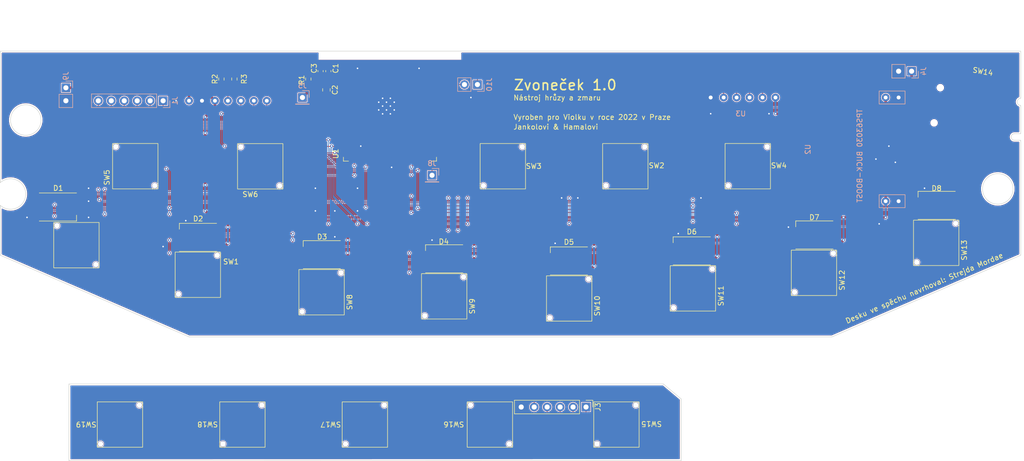
<source format=kicad_pcb>
(kicad_pcb (version 20221018) (generator pcbnew)
  (layers (0 "F.Cu" signal) (31 "B.Cu" signal) (34 "B.Paste" user) (35 "F.Paste" user) (36 "B.SilkS" user "B.Silkscreen") (37 "F.SilkS" user "F.Silkscreen") (38 "B.Mask" user) (39 "F.Mask" user) (44 "Edge.Cuts" user))
  (net 0 "")
  (net 1 "GND")
  (net 2 "+3V3")
  (net 3 "EN")
  (net 4 "Net-(D1-DOUT)")
  (net 5 "LED")
  (net 6 "Net-(D2-DOUT)")
  (net 7 "Net-(D3-DOUT)")
  (net 8 "Net-(D4-DOUT)")
  (net 9 "Net-(D5-DOUT)")
  (net 10 "Net-(D6-DOUT)")
  (net 11 "Net-(D7-DOUT)")
  (net 13 "BOOT")
  (net 14 "RX")
  (net 15 "TX")
  (net 16 "Net-(U4-GAIN)")
  (net 17 "Net-(U2-VIN)")
  (net 19 "ROW1")
  (net 20 "KEY1")
  (net 21 "KEY2")
  (net 22 "KEY3")
  (net 23 "KEY4")
  (net 24 "KEY5")
  (net 25 "ROW2")
  (net 26 "KEY6")
  (net 27 "ROW3")
  (net 28 "+BATT")
  (net 29 "VOL")
  (net 33 "I2S-DATA")
  (net 34 "I2S-WS")
  (net 35 "I2S-BCLK")
  (net 36 "SD-SCLK")
  (net 37 "SD-MISO")
  (net 38 "SD-MOSI")
  (net 45 "SD-CS")
  (footprint "Library:BUTTON" (layer "F.Cu") (at 212.475 119.45 90)
    (fp_text reference "SW12")
    (fp_text value "SW_SPST" hide)
  )
  (footprint "Capacitor_SMD:C_0805_2012Metric" (layer "F.Cu") (at 116.925 83.6 -90)
    (fp_text reference "C2")
    (fp_text value "1u")
  )
  (footprint "Capacitor_SMD:C_0603_1608Metric" (layer "F.Cu") (at 117.3 79.925 -90)
    (fp_text reference "C1")
    (fp_text value "22u" hide)
  )
  (footprint "LED_SMD:LED_WS2812B_PLCC4_5.0x5.0mm_P3.2mm" (layer "F.Cu") (at 64.3 106.55)
    (fp_text reference "D1")
    (fp_text value "WS2812B" hide)
  )
  (footprint "Library:BUTTON" (layer "F.Cu") (at 188.75 122.5 90)
    (fp_text reference "SW11")
    (fp_text value "SW_SPST" hide)
  )
  (footprint "Library:BUTTON" (layer "F.Cu") (at 173.76 149.185 90)
    (fp_text reference "SW15")
    (fp_text value "SW_SPST" hide)
  )
  (footprint "LED_SMD:LED_WS2812B_PLCC4_5.0x5.0mm_P3.2mm" (layer "F.Cu") (at 236.525 106.225 180)
    (fp_text reference "D8")
    (fp_text value "WS2812B" hide)
  )
  (footprint "LED_SMD:LED_WS2812B_PLCC4_5.0x5.0mm_P3.2mm" (layer "F.Cu") (at 188.525 115.15 180)
    (fp_text reference "D6")
    (fp_text value "WS2812B" hide)
  )
  (footprint "Library:BUTTON" (layer "F.Cu") (at 140 124.055 90)
    (fp_text reference "SW9")
    (fp_text value "SW_SPST" hide)
  )
  (footprint "Library:BUTTON" (layer "F.Cu") (at 115.975 123.25 90)
    (fp_text reference "SW8")
    (fp_text value "SW_SPST" hide)
  )
  (footprint "Library:BUTTON" (layer "F.Cu") (at 236.425 113.575 90)
    (fp_text reference "SW13")
    (fp_text value "SW_SPST" hide)
  )
  (footprint "Library:BUTTON" (layer "F.Cu") (at 148.96 149.185 180)
    (fp_text reference "SW16")
    (fp_text value "SW_SPST" hide)
  )
  (footprint "Library:BUTTON" (layer "F.Cu") (at 100.46 149.185 -90)
    (fp_text reference "SW18")
    (fp_text value "SW_SPST" hide)
  )
  (footprint "Resistor_SMD:R_0603_1608Metric" (layer "F.Cu") (at 98.885 81.47 90)
    (fp_text reference "R3")
    (fp_text value "100k")
  )
  (footprint "LED_SMD:LED_WS2812B_PLCC4_5.0x5.0mm_P3.2mm" (layer "F.Cu") (at 91.75 112.5 180)
    (fp_text reference "D2")
    (fp_text value "WS2812B" hide)
  )
  (footprint "Connector_PinHeader_2.54mm:PinHeader_1x06_P2.54mm_Vertical" (layer "F.Cu") (at 167.8 145.75 -90)
    (fp_text reference "J3")
    (fp_text value "Conn_01x06_Male")
  )
  (footprint "Library:BUTTON" (layer "F.Cu") (at 151.5 98.555 90)
    (fp_text reference "SW3")
    (fp_text value "SW_SPST" hide)
  )
  (footprint "Library:SWITCH" (layer "F.Cu") (at 244.5 88 -10)
    (fp_text reference "SW14")
    (fp_text value "SW_DP3T")
  )
  (footprint "Library:BUTTON" (layer "F.Cu") (at 91.725 119.825 90)
    (fp_text reference "SW1")
    (fp_text value "SW_SPST" hide)
  )
  (footprint "Library:ESP32-WROOM-32" (layer "F.Cu") (at 129.375 87.68)
    (fp_text reference "U1")
    (fp_text value "ESP32-WROOM-32D")
  )
  (footprint "Library:BUTTON" (layer "F.Cu") (at 164.5 124.475 90)
    (fp_text reference "SW10")
    (fp_text value "SW_SPST" hide)
  )
  (footprint "Resistor_SMD:R_0603_1608Metric" (layer "F.Cu") (at 96.345 81.47 -90)
    (fp_text reference "R2")
    (fp_text value "100k")
  )
  (footprint "LED_SMD:LED_WS2812B_PLCC4_5.0x5.0mm_P3.2mm" (layer "F.Cu") (at 140 116.7 180)
    (fp_text reference "D4")
    (fp_text value "WS2812B" hide)
  )
  (footprint "LED_SMD:LED_WS2812B_PLCC4_5.0x5.0mm_P3.2mm" (layer "F.Cu") (at 164.45 117.12 180)
    (fp_text reference "D5")
    (fp_text value "WS2812B" hide)
  )
  (footprint "Library:BUTTON" (layer "F.Cu") (at 67.925 114.025)
    (fp_text reference "SW7" hide)
    (fp_text value "SW_SPST" hide)
  )
  (footprint "Library:BUTTON" (layer "F.Cu") (at 175.5 98.555 90)
    (fp_text reference "SW2")
    (fp_text value "SW_SPST" hide)
  )
  (footprint "Library:BUTTON" (layer "F.Cu") (at 79.461201 98.549744 180)
    (fp_text reference "SW5")
    (fp_text value "SW_SPST" hide)
  )
  (footprint "LED_SMD:LED_WS2812B_PLCC4_5.0x5.0mm_P3.2mm" (layer "F.Cu") (at 212.55 112.025 180)
    (fp_text reference "D7")
    (fp_text value "WS2812B" hide)
  )
  (footprint "Library:BUTTON" (layer "F.Cu") (at 76.46 149.185 -90)
    (fp_text reference "SW19")
    (fp_text value "SW_SPST" hide)
  )
  (footprint "LED_SMD:LED_WS2812B_PLCC4_5.0x5.0mm_P3.2mm" (layer "F.Cu") (at 116.025 115.9 180)
    (fp_text reference "D3")
    (fp_text value "WS2812B" hide)
  )
  (footprint "Library:BUTTON" (layer "F.Cu") (at 199.5 98.55 90)
    (fp_text reference "SW4")
    (fp_text value "SW_SPST" hide)
  )
  (footprint "Library:BUTTON" (layer "F.Cu") (at 124.46 149.185 -90)
    (fp_text reference "SW17")
    (fp_text value "SW_SPST" hide)
  )
  (footprint "Library:BUTTON" (layer "F.Cu") (at 103.95 98.575)
    (fp_text reference "SW6")
    (fp_text value "SW_SPST" hide)
  )
  (footprint "Resistor_SMD:R_0603_1608Metric" (layer "F.Cu") (at 113.375 81.47 -90)
    (fp_text reference "R1")
    (fp_text value "1k")
  )
  (footprint "Capacitor_SMD:C_0603_1608Metric" (layer "F.Cu") (at 115.775 79.925 -90)
    (fp_text reference "C3")
    (fp_text value "22u")
  )
  (footprint "Connector_PinHeader_2.54mm:PinHeader_1x01_P2.54mm_Vertical" (layer "B.Cu") (at 137.62 100.33 180)
    (fp_text reference "J8")
    (fp_text value "Conn_01x01_Male")
  )
  (footprint "Library:MICROSD-BRK" (layer "B.Cu") (at 202.39 76.2 90)
    (fp_text reference "U3")
    (fp_text value "MICROSD-BRK")
  )
  (footprint "Connector_PinHeader_2.54mm:PinHeader_1x01_P2.54mm_Vertical" (layer "B.Cu") (at 112.22 85.09 180)
    (fp_text reference "J5")
    (fp_text value "Conn_01x01_Male")
  )
  (footprint "Library:MAX98357-BRK" (layer "B.Cu") (at 97.615 78.105 180)
    (fp_text reference "U4" hide)
    (fp_text value "MAX98357-BRK" hide)
  )
  (footprint "Library:TPS63030-BRK" (layer "B.Cu") (at 221.44 95.25 -90)
    (fp_text reference "U2")
    (fp_text value "TPS63030-BRK")
  )
  (footprint "Connector_PinHeader_2.54mm:PinHeader_1x02_P2.54mm_Vertical" (layer "B.Cu") (at 231.605 79.94 90)
    (fp_text reference "J4")
    (fp_text value "01x02")
  )
  (footprint "Connector_PinHeader_2.54mm:PinHeader_1x06_P2.54mm_Vertical" (layer "B.Cu") (at 84.915 85.725 90)
    (fp_text reference "J1")
    (fp_text value "Conn_01x06_Male")
  )
  (footprint "Connector_PinHeader_2.54mm:PinHeader_1x02_P2.54mm_Vertical" (layer "B.Cu") (at 65.865 83.185 180)
    (fp_text reference "J9")
    (fp_text value "Conn_01x02_Male")
  )
  (footprint "Connector_PinHeader_2.54mm:PinHeader_1x02_P2.54mm_Vertical" (layer "B.Cu") (at 146.515 82.55 90)
    (fp_text reference "J10")
    (fp_text value "Conn_01x02_Male")
  )
  (gr_arc (start 53.000002 101.775001) (mid 57.991757 104) (end 53.000001 106.224999) (stroke (width 0.1)) (layer "Edge.Cuts"))
  (gr_line (start 253 86.65) (end 253 92.175) (stroke (width 0.1)) (layer "Edge.Cuts"))
  (gr_circle (center 58 89.5) (end 61 89.5) (stroke (width 0.1)) (fill none) (layer "Edge.Cuts"))
  (gr_line (start 253 116) (end 216 132) (stroke (width 0.1)) (layer "Edge.Cuts"))
  (gr_line (start 182.96 141.24) (end 186.46 144.175) (stroke (width 0.1)) (layer "Edge.Cuts"))
  (gr_line (start 251.775 93.475) (end 253 93.475) (stroke (width 0.1)) (layer "Edge.Cuts"))
  (gr_line (start 251.775 92.175) (end 253 92.175) (stroke (width 0.1)) (layer "Edge.Cuts"))
  (gr_arc (start 251.775 93.475) (mid 251.125 92.825) (end 251.775 92.175) (stroke (width 0.1)) (layer "Edge.Cuts"))
  (gr_line (start 53 76) (end 253 76) (stroke (width 0.1)) (layer "Edge.Cuts"))
  (gr_line (start 66.46 141.24) (end 182.96 141.24) (stroke (width 0.1)) (layer "Edge.Cuts"))
  (gr_line (start 216 132) (end 90 132) (stroke (width 0.1)) (layer "Edge.Cuts"))
  (gr_line (start 186.46 156.24) (end 186.46 144.175) (stroke (width 0.1)) (layer "Edge.Cuts"))
  (gr_line (start 53.000002 101.775001) (end 53 76) (stroke (width 0.1)) (layer "Edge.Cuts"))
  (gr_arc (start 253 86.65) (mid 252.3 85.95) (end 253 85.25) (stroke (width 0.1)) (layer "Edge.Cuts"))
  (gr_line (start 253 93.475) (end 253 116) (stroke (width 0.1)) (layer "Edge.Cuts"))
  (gr_line (start 53.000001 106.224999) (end 53 116) (stroke (width 0.1)) (layer "Edge.Cuts"))
  (gr_line (start 66.46 156.265) (end 186.46 156.24) (stroke (width 0.1)) (layer "Edge.Cuts"))
  (gr_line (start 253 76) (end 253 85.25) (stroke (width 0.1)) (layer "Edge.Cuts"))
  (gr_line (start 66.46 156.265) (end 66.46 141.24) (stroke (width 0.1)) (layer "Edge.Cuts"))
  (gr_line (start 53 116) (end 90 132) (stroke (width 0.1)) (layer "Edge.Cuts"))
  (gr_circle (center 248.5 103) (end 251.5 103) (stroke (width 0.1)) (fill none) (layer "Edge.Cuts"))
  (gr_text "Vyroben pro Violku v roce 2022 v Praze" (at 153.495 89.535) (layer "F.SilkS") (effects (font (size 1 1)) (justify left bottom)))
  (gr_text "Jankolovi & Hamalovi" (at 153.495 91.44) (layer "F.SilkS") (effects (font (size 1 1)) (justify left bottom)))
  (gr_text "Zvoneček 1.0" (at 153.495 83.82) (layer "F.SilkS") (effects (font (size 2 2) (thickness 0.3) bold) (justify left bottom)))
  (gr_text "Nástroj hrůzy a zmaru" (at 153.495 85.725) (layer "F.SilkS") (effects (font (size 1 1)) (justify left bottom)))
  (gr_text "Desku ve spěchu navrhoval: Strejda Mordae" (at 218.9 129.54 23) (layer "F.SilkS") (effects (font (size 1 1)) (justify left bottom)))
  (via (at 161.75 113.665) (size 0.6) (drill 0.3) (layers "F.Cu" "B.Cu") (net 1))
  (via (at 234.14 102.87) (size 0.6) (drill 0.3) (layers "F.Cu" "B.Cu") (net 1))
  (via (at 227.155 94.615) (size 0.6) (drill 0.3) (layers "F.Cu" "B.Cu") (net 1))
  (via (at 84.915 114.3) (size 0.6) (drill 0.3) (layers "F.Cu" "B.Cu") (net 1))
  (via (at 190.325 104.775) (size 0.6) (drill 0.3) (layers "F.Cu" "B.Cu") (net 1))
  (via (at 207.47 110.49) (size 0.6) (drill 0.3) (layers "F.Cu" "B.Cu") (net 1))
  (via (at 203.66 88.265) (size 0.6) (drill 0.3) (layers "F.Cu" "B.Cu") (net 1))
  (via (at 114.76 102.87) (size 0.6) (drill 0.3) (layers "F.Cu" "B.Cu") (net 1))
  (via (at 123.65 94.615) (size 0.6) (drill 0.3) (layers "F.Cu" "B.Cu") (net 1))
  (via (at 70.31 108.585) (size 0.6) (drill 0.3) (layers "F.Cu" "B.Cu") (net 1))
  (via (at 145.24 85.09) (size 0.6) (drill 0.3) (layers "F.Cu" "B.Cu") (net 1))
  (via (at 228.425 97.79) (size 0.6) (drill 0.3) (layers "F.Cu" "B.Cu") (net 1))
  (via (at 58.245 108.585) (size 0.6) (drill 0.3) (layers "F.Cu" "B.Cu") (net 1))
  (via (at 123.015 79.375) (size 0.6) (drill 0.3) (layers "F.Cu" "B.Cu") (net 1))
  (via (at 224.615 97.155) (size 0.6) (drill 0.3) (layers "F.Cu" "B.Cu") (net 1))
  (via (at 225.25 109.855) (size 0.6) (drill 0.3) (layers "F.Cu" "B.Cu") (net 1))
  (via (at 185.88 111.76) (size 0.6) (drill 0.3) (layers "F.Cu" "B.Cu") (net 1))
  (via (at 123.015 107.315) (size 0.6) (drill 0.3) (layers "F.Cu" "B.Cu") (net 1))
  (via (at 123.015 102.87) (size 0.6) (drill 0.3) (layers "F.Cu" "B.Cu") (net 1))
  (via (at 166.195 104.775) (size 0.6) (drill 0.3) (layers "F.Cu" "B.Cu") (net 1))
  (via (at 89.36 109.22) (size 0.6) (drill 0.3) (layers "F.Cu" "B.Cu") (net 1))
  (via (at 118.57 107.315) (size 0.6) (drill 0.3) (layers "F.Cu" "B.Cu") (net 1))
  (via (at 114.76 107.315) (size 0.6) (drill 0.3) (layers "F.Cu" "B.Cu") (net 1))
  (via (at 137.62 113.03) (size 0.6) (drill 0.3) (layers "F.Cu" "B.Cu") (net 1))
  (via (at 129.7 98.775) (size 0.6) (drill 0.3) (layers "F.Cu" "B.Cu") (net 1))
  (via (at 87.455 85.725) (size 0.6) (drill 0.3) (layers "F.Cu" "B.Cu") (net 1))
  (via (at 135.08 79.375) (size 0.6) (drill 0.3) (layers "F.Cu" "B.Cu") (net 1))
  (via (at 70.31 105.41) (size 0.6) (drill 0.3) (layers "F.Cu" "B.Cu") (net 1))
  (via (at 70.31 102.87) (size 0.6) (drill 0.3) (layers "F.Cu" "B.Cu") (net 1))
  (via (at 163.02 104.775) (size 0.6) (drill 0.3) (layers "F.Cu" "B.Cu") (net 1))
  (via (at 192.23 88.265) (size 0.6) (drill 0.3) (layers "F.Cu" "B.Cu") (net 1))
  (via (at 118.57 112.395) (size 0.6) (drill 0.3) (layers "F.Cu" "B.Cu") (net 1))
  (segment (start 65.865 83.185) (end 69.04 83.185) (width 0.5) (layer "F.Cu") (net 2))
  (segment (start 192.955 116.75) (end 193.5 116.205) (width 0.5) (layer "F.Cu") (net 2))
  (segment (start 69.04 83.185) (end 69.04 94.615) (width 0.5) (layer "F.Cu") (net 2))
  (segment (start 115.775 80.7) (end 113.375 80.7) (width 0.5) (layer "F.Cu") (net 2))
  (segment (start 97.18 114.1) (end 97.615 113.665) (width 0.5) (layer "F.Cu") (net 2))
  (segment (start 115.775 80.7) (end 117.3 80.7) (width 0.5) (layer "F.Cu") (net 2))
  (segment (start 190.975 116.75) (end 192.955 116.75) (width 0.5) (layer "F.Cu") (net 2))
  (segment (start 121.11 108.585) (end 121.11 113.03) (width 0.5) (layer "F.Cu") (net 2))
  (segment (start 98.25 78.74) (end 96.345 80.645) (width 0.5) (layer "F.Cu") (net 2))
  (segment (start 121.11 116.84) (end 121.11 115.57) (width 0.5) (layer "F.Cu") (net 2))
  (segment (start 145.05 118.3) (end 145.875 117.475) (width 0.5) (layer "F.Cu") (net 2))
  (segment (start 95.075 80.645) (end 96.345 80.645) (width 0.5) (layer "F.Cu") (net 2))
  (segment (start 241.76 106.68) (end 241.76 96.225) (width 0.5) (layer "F.Cu") (net 2))
  (segment (start 69.04 83.185) (end 89.995 83.185) (width 0.5) (layer "F.Cu") (net 2))
  (segment (start 113.375 80.7) (end 111.415 78.74) (width 0.5) (layer "F.Cu") (net 2))
  (segment (start 166.9 118.72) (end 168.76 118.72) (width 0.5) (layer "F.Cu") (net 2))
  (segment (start 61.85 101.805) (end 61.85 104.95) (width 0.5) (layer "F.Cu") (net 2))
  (segment (start 117.3 80.7) (end 120.625 80.7) (width 0.5) (layer "F.Cu") (net 2))
  (segment (start 142.45 118.3) (end 145.05 118.3) (width 0.5) (layer "F.Cu") (net 2))
  (segment (start 69.04 94.615) (end 61.85 101.805) (width 0.5) (layer "F.Cu") (net 2))
  (segment (start 240.615 107.825) (end 241.76 106.68) (width 0.5) (layer "F.Cu") (net 2))
  (segment (start 89.995 85.725) (end 89.995 83.185) (width 0.5) (layer "F.Cu") (net 2))
  (segment (start 120.45 117.5) (end 121.11 116.84) (width 0.5) (layer "F.Cu") (net 2))
  (segment (start 246.775 87.225) (end 240.775 86.2) (width 0.5) (layer "F.Cu") (net 2))
  (segment (start 238.975 107.825) (end 240.615 107.825) (width 0.5) (layer "F.Cu") (net 2))
  (segment (start 97.615 108.585) (end 121.11 108.585) (width 0.5) (layer "F.Cu") (net 2))
  (segment (start 93.17 92.075) (end 93.17 102.235) (width 0.5) (layer "F.Cu") (net 2))
  (segment (start 145.875 117.475) (end 145.875 116.205) (width 0.5) (layer "F.Cu") (net 2))
  (segment (start 92.535 83.185) (end 95.075 80.645) (width 0.5) (layer "F.Cu") (net 2))
  (segment (start 97.615 108.585) (end 97.615 110.49) (width 0.5) (layer "F.Cu") (net 2))
  (segment (start 217.67 113.625) (end 218.265 113.03) (width 0.5) (layer "F.Cu") (net 2))
  (segment (start 245.225 96.225) (end 246.775 87.225) (width 0.5) (layer "F.Cu") (net 2))
  (segment (start 111.415 78.74) (end 98.25 78.74) (width 0.5) (layer "F.Cu") (net 2))
  (segment (start 145.875 108.585) (end 121.11 108.585) (width 0.5) (layer "F.Cu") (net 2))
  (segment (start 93.17 107.315) (end 94.44 108.585) (width 0.5) (layer "F.Cu") (net 2))
  (segment (start 145.875 108.585) (end 145.875 114.3) (width 0.5) (layer "F.Cu") (net 2))
  (segment (start 193.5 108.585) (end 193.5 112.395) (width 0.5) (layer "F.Cu") (net 2))
  (segment (start 215 113.625) (end 217.67 113.625) (width 0.5) (layer "F.Cu") (net 2))
  (segment (start 241.76 96.225) (end 245.225 96.225) (width 0.5) (layer "F.Cu") (net 2))
  (segment (start 169.37 108.585) (end 169.37 114.3) (width 0.5) (layer "F.Cu") (net 2))
  (segment (start 169.37 108.585) (end 145.875 108.585) (width 0.5) (layer "F.Cu") (net 2))
  (segment (start 168.76 118.72) (end 169.37 118.11) (width 0.5) (layer "F.Cu") (net 2))
  (segment (start 95.075 85.725) (end 95.075 86.995) (width 0.5) (layer "F.Cu") (net 2))
  (segment (start 92.535 83.185) (end 91.9 83.185) (width 0.5) (layer "F.Cu") (net 2))
  (segment (start 95.075 85.725) (end 92.535 83.185) (width 0.5) (layer "F.Cu") (net 2))
  (segment (start 218.265 108.585) (end 193.5 108.585) (width 0.5) (layer "F.Cu") (net 2))
  (segment (start 118.475 117.5) (end 120.45 117.5) (width 0.5) (layer "F.Cu") (net 2))
  (segment (start 94.44 108.585) (end 97.615 108.585) (width 0.5) (layer "F.Cu") (net 2))
  (segment (start 240.775 86.2) (end 241.663435 81.051878) (width 0.5) (layer "F.Cu") (net 2))
  (segment (start 226.52 96.225) (end 241.76 96.225) (width 0.5) (layer "F.Cu") (net 2))
  (segment (start 226.52 105.41) (end 226.52 96.225) (width 0.5) (layer "F.Cu") (net 2))
  (segment (start 218.56 88.265) (end 226.52 96.225) (width 0.5) (layer "F.Cu") (net 2))
  (segment (start 89.995 83.185) (end 91.9 83.185) (width 0.5) (layer "F.Cu") (net 2))
  (segment (start 193.5 108.585) (end 169.37 108.585) (width 0.5) (layer "F.Cu") (net 2))
  (segment (start 226.52 108.585) (end 218.265 108.585) (width 0.5) (layer "F.Cu") (net 2))
  (segment (start 95.075 86.995) (end 93.17 88.9) (width 0.5) (layer "F.Cu") (net 2))
  (segment (start 94.2 114.1) (end 97.18 114.1) (width 0.5) (layer "F.Cu") (net 2))
  (segment (start 204.93 88.265) (end 218.56 88.265) (width 0.5) (layer "F.Cu") (net 2))
  (via (at 93.17 102.235) (size 0.6) (drill 0.3) (layers "F.Cu" "B.Cu") (net 2))
  (via (at 121.11 113.03) (size 0.6) (drill 0.3) (layers "F.Cu" "B.Cu") (net 2))
  (via (at 121.11 115.57) (size 0.6) (drill 0.3) (layers "F.Cu" "B.Cu") (net 2))
  (via (at 169.37 114.3) (size 0.6) (drill 0.3) (layers "F.Cu" "B.Cu") (net 2))
  (via (at 93.17 92.075) (size 0.6) (drill 0.3) (layers "F.Cu" "B.Cu") (net 2))
  (via (at 93.17 107.315) (size 0.6) (drill 0.3) (layers "F.Cu" "B.Cu") (net 2))
  (via (at 97.615 113.665) (size 0.6) (drill 0.3) (layers "F.Cu" "B.Cu") (net 2))
  (via (at 145.875 114.3) (size 0.6) (drill 0.3) (layers "F.Cu" "B.Cu") (net 2))
  (via (at 169.37 118.11) (size 0.6) (drill 0.3) (layers "F.Cu" "B.Cu") (net 2))
  (via (at 204.93 88.265) (size 0.6) (drill 0.3) (layers "F.Cu" "B.Cu") (net 2))
  (via (at 193.5 112.395) (size 0.6) (drill 0.3) (layers "F.Cu" "B.Cu") (net 2))
  (via (at 218.265 108.585) (size 0.6) (drill 0.3) (layers "F.Cu" "B.Cu") (net 2))
  (via (at 193.5 116.205) (size 0.6) (drill 0.3) (layers "F.Cu" "B.Cu") (net 2))
  (via (at 97.615 110.49) (size 0.6) (drill 0.3) (layers "F.Cu" "B.Cu") (net 2))
  (via (at 145.875 116.205) (size 0.6) (drill 0.3) (layers "F.Cu" "B.Cu") (net 2))
  (via (at 218.265 113.03) (size 0.6) (drill 0.3) (layers "F.Cu" "B.Cu") (net 2))
  (via (at 226.52 108.585) (size 0.6) (drill 0.3) (layers "F.Cu" "B.Cu") (net 2))
  (via (at 93.17 88.9) (size 0.6) (drill 0.3) (layers "F.Cu" "B.Cu") (net 2))
  (segment (start 218.265 108.585) (end 218.265 113.03) (width 0.5) (layer "B.Cu") (net 2))
  (segment (start 145.875 114.3) (end 145.875 116.205) (width 0.5) (layer "B.Cu") (net 2))
  (segment (start 226.52 105.41) (end 226.52 108.585) (width 0.5) (layer "B.Cu") (net 2))
  (segment (start 93.17 102.235) (end 93.17 107.315) (width 0.5) (layer "B.Cu") (net 2))
  (segment (start 121.11 113.03) (end 121.11 115.57) (width 0.5) (layer "B.Cu") (net 2))
  (segment (start 169.37 114.3) (end 169.37 118.11) (width 0.5) (layer "B.Cu") (net 2))
  (segment (start 204.93 85.09) (end 204.93 88.265) (width 0.5) (layer "B.Cu") (net 2))
  (segment (start 193.5 112.395) (end 193.5 116.205) (width 0.5) (layer "B.Cu") (net 2))
  (segment (start 93.17 88.9) (end 93.17 92.075) (width 0.5) (layer "B.Cu") (net 2))
  (segment (start 97.615 110.49) (end 97.615 113.665) (width 0.5) (layer "B.Cu") (net 2))
  (segment (start 114.305 82.295) (end 113.375 82.295) (width 0.5) (layer "F.Cu") (net 3))
  (segment (start 118.47 82.65) (end 116.925 82.65) (width 0.5) (layer "F.Cu") (net 3))
  (segment (start 119.155 81.965) (end 119.16 81.97) (width 0.5) (layer "F.Cu") (net 3))
  (segment (start 114.66 82.65) (end 114.305 82.295) (width 0.5) (layer "F.Cu") (net 3))
  (segment (start 116.925 82.65) (end 114.66 82.65) (width 0.5) (layer "F.Cu") (net 3))
  (segment (start 119.155 81.965) (end 118.47 82.65) (width 0.5) (layer "F.Cu") (net 3))
  (segment (start 114.66 82.65) (end 112.22 85.09) (width 0.5) (layer "F.Cu") (net 3))
  (segment (start 119.16 81.97) (end 120.625 81.97) (width 0.5) (layer "F.Cu") (net 3))
  (segment (start 87.455 107.95) (end 87.455 113.665) (width 0.15) (layer "F.Cu") (net 4))
  (segment (start 63.825498 107.250498) (end 86.755498 107.250498) (width 0.15) (layer "F.Cu") (net 4))
  (segment (start 62.225 107.25) (end 63.825 107.25) (width 0.15) (layer "F.Cu") (net 4))
  (segment (start 87.455 113.665) (end 87.89 114.1) (width 0.15) (layer "F.Cu") (net 4))
  (segment (start 61.85 108.15) (end 61.85 107.625) (width 0.15) (layer "F.Cu") (net 4))
  (segment (start 63.825 107.25) (end 63.825498 107.250498) (width 0.15) (layer "F.Cu") (net 4))
  (segment (start 86.755498 107.250498) (end 87.455 107.95) (width 0.15) (layer "F.Cu") (net 4))
  (segment (start 87.89 114.1) (end 89.3 114.1) (width 0.15) (layer "F.Cu") (net 4))
  (segment (start 61.85 107.625) (end 62.225 107.25) (width 0.15) (layer "F.Cu") (net 4))
  (segment (start 68.865 104.95) (end 66.75 104.95) (width 0.15) (layer "F.Cu") (net 5))
  (segment (start 69.815 104) (end 68.865 104.95) (width 0.15) (layer "F.Cu") (net 5))
  (segment (start 113.49 100.33) (end 109.82 104) (width 0.15) (layer "F.Cu") (net 5))
  (segment (start 109.82 104) (end 69.815 104) (width 0.15) (layer "F.Cu") (net 5))
  (segment (start 123.605 93.4) (end 138.125 93.4) (width 0.15) (layer "F.Cu") (net 5))
  (segment (start 122.38 100.33) (end 113.49 100.33) (width 0.15) (layer "F.Cu") (net 5))
  (segment (start 123.6 93.395) (end 122.38 94.615) (width 0.15) (layer "F.Cu") (net 5))
  (segment (start 122.38 94.615) (end 122.38 98.425) (width 0.15) (layer "F.Cu") (net 5))
  (segment (start 123.6 93.395) (end 123.605 93.4) (width 0.15) (layer "F.Cu") (net 5))
  (via (at 122.38 98.425) (size 0.6) (drill 0.3) (layers "F.Cu" "B.Cu") (net 5))
  (via (at 122.38 100.33) (size 0.6) (drill 0.3) (layers "F.Cu" "B.Cu") (net 5))
  (segment (start 122.38 98.425) (end 122.38 100.33) (width 0.15) (layer "B.Cu") (net 5))
  (segment (start 110.315 113.03) (end 110.315 115.57) (width 0.15) (layer "F.Cu") (net 6))
  (segment (start 110.315 111.76) (end 96.345 111.76) (width 0.15) (layer "F.Cu") (net 6))
  (segment (start 112.245 117.5) (end 113.575 117.5) (width 0.15) (layer "F.Cu") (net 6))
  (segment (start 95.71 111.125) (end 94.425 111.125) (width 0.15) (layer "F.Cu") (net 6))
  (segment (start 110.315 115.57) (end 112.245 117.5) (width 0.15) (layer "F.Cu") (net 6))
  (segment (start 96.345 111.76) (end 95.71 111.125) (width 0.15) (layer "F.Cu") (net 6))
  (segment (start 94.425 111.125) (end 94.2 110.9) (width 0.15) (layer "F.Cu") (net 6))
  (via (at 110.315 111.76) (size 0.6) (drill 0.3) (layers "F.Cu" "B.Cu") (net 6))
  (via (at 110.315 113.03) (size 0.6) (drill 0.3) (layers "F.Cu" "B.Cu") (net 6))
  (segment (start 110.315 111.76) (end 110.315 113.03) (width 0.15) (layer "B.Cu") (net 6))
  (segment (start 128.285 118.3) (end 137.55 118.3) (width 0.15) (layer "F.Cu") (net 7))
  (segment (start 124.285 114.3) (end 128.285 118.3) (width 0.15) (layer "F.Cu") (net 7))
  (segment (start 118.475 114.3) (end 124.285 114.3) (width 0.15) (layer "F.Cu") (net 7))
  (segment (start 148.58 115.1) (end 152.225 118.745) (width 0.15) (layer "F.Cu") (net 8))
  (segment (start 152.25 118.72) (end 162 118.72) (width 0.15) (layer "F.Cu") (net 8))
  (segment (start 142.45 115.1) (end 148.58 115.1) (width 0.15) (layer "F.Cu") (net 8))
  (segment (start 152.225 118.745) (end 152.25 118.72) (width 0.15) (layer "F.Cu") (net 8))
  (segment (start 186.01 116.815) (end 186.075 116.75) (width 0.15) (layer "F.Cu") (net 9))
  (segment (start 176.99 116.84) (end 177.015 116.815) (width 0.15) (layer "F.Cu") (net 9))
  (segment (start 177.015 116.815) (end 186.01 116.815) (width 0.15) (layer "F.Cu") (net 9))
  (segment (start 166.9 115.52) (end 175.67 115.52) (width 0.15) (layer "F.Cu") (net 9))
  (segment (start 175.67 115.52) (end 176.99 116.84) (width 0.15) (layer "F.Cu") (net 9))
  (segment (start 190.975 113.55) (end 191.04 113.615) (width 0.15) (layer "F.Cu") (net 10))
  (segment (start 210.09 113.615) (end 210.1 113.625) (width 0.15) (layer "F.Cu") (net 10))
  (segment (start 191.04 113.615) (end 210.09 113.615) (width 0.15) (layer "F.Cu") (net 10))
  (segment (start 229.185 107.825) (end 234.075 107.825) (width 0.15) (layer "F.Cu") (net 11))
  (segment (start 215 110.425) (end 226.585 110.425) (width 0.15) (layer "F.Cu") (net 11))
  (segment (start 226.585 110.425) (end 229.185 107.825) (width 0.15) (layer "F.Cu") (net 11))
  (segment (start 137.62 98.48) (end 137.62 100.33) (width 0.15) (layer "F.Cu") (net 13))
  (segment (start 138.125 95.94) (end 138.125 97.975) (width 0.15) (layer "F.Cu") (net 13))
  (segment (start 138.125 97.975) (end 137.62 98.48) (width 0.15) (layer "F.Cu") (net 13))
  (segment (start 141.43 82.55) (end 139.47 84.51) (width 0.15) (layer "F.Cu") (net 14))
  (segment (start 139.47 84.51) (end 138.125 84.51) (width 0.15) (layer "F.Cu") (net 14))
  (segment (start 143.97 82.55) (end 141.43 82.55) (width 0.15) (layer "F.Cu") (net 14))
  (segment (start 146.51 81.28) (end 145.875 80.645) (width 0.15) (layer "F.Cu") (net 15))
  (segment (start 140.105 83.24) (end 138.125 83.24) (width 0.15) (layer "F.Cu") (net 15))
  (segment (start 145.875 80.645) (end 142.7 80.645) (width 0.15) (layer "F.Cu") (net 15))
  (segment (start 142.7 80.645) (end 140.105 83.24) (width 0.15) (layer "F.Cu") (net 15))
  (segment (start 146.51 82.55) (end 146.51 81.28) (width 0.15) (layer "F.Cu") (net 15))
  (segment (start 97.615 84.455) (end 96.345 83.185) (width 0.15) (layer "F.Cu") (net 16))
  (segment (start 97.615 85.725) (end 97.615 84.455) (width 0.15) (layer "F.Cu") (net 16))
  (segment (start 98.885 83.185) (end 98.885 82.295) (width 0.15) (layer "F.Cu") (net 16))
  (segment (start 96.345 83.185) (end 96.345 82.295) (width 0.15) (layer "F.Cu") (net 16))
  (segment (start 97.615 84.455) (end 98.885 83.185) (width 0.15) (layer "F.Cu") (net 16))
  (segment (start 241.521275 93.922729) (end 239.458103 93.558937) (width 0.5) (layer "F.Cu") (net 17))
  (segment (start 239.458103 93.558937) (end 226.525 91.225) (width 0.5) (layer "F.Cu") (net 17))
  (segment (start 226.52 91.22) (end 226.52 85.09) (width 0.5) (layer "F.Cu") (net 17))
  (segment (start 226.525 91.225) (end 226.52 91.22) (width 0.5) (layer "F.Cu") (net 17))
  (segment (start 98.4 98.575) (end 99.505 98.575) (width 0.15) (layer "F.Cu") (net 19))
  (segment (start 114.307056 92.13) (end 120.625 92.13) (width 0.15) (layer "F.Cu") (net 19))
  (segment (start 97.245368 88.265) (end 98.885368 89.905) (width 0.15) (layer "F.Cu") (net 19))
  (segment (start 97.615 97.79) (end 98.4 98.575) (width 0.15) (layer "F.Cu") (net 19))
  (segment (start 84.915 89.535) (end 84.915 85.725) (width 0.15) (layer "F.Cu") (net 19))
  (segment (start 98.885368 89.905) (end 112.082056 89.905) (width 0.15) (layer "F.Cu") (net 19))
  (segment (start 97.615 95.25) (end 97.615 97.79) (width 0.15) (layer "F.Cu") (net 19))
  (segment (start 96.345 88.265) (end 97.245368 88.265) (width 0.15) (layer "F.Cu") (net 19))
  (segment (start 112.082056 89.905) (end 114.307056 92.13) (width 0.15) (layer "F.Cu") (net 19))
  (segment (start 98.885 89.905) (end 85.285 89.905) (width 0.15) (layer "F.Cu") (net 19))
  (segment (start 96.98 94.615) (end 97.615 95.25) (width 0.15) (layer "F.Cu") (net 19))
  (segment (start 85.285 89.905) (end 84.915 89.535) (width 0.15) (layer "F.Cu") (net 19))
  (via (at 96.345 88.265) (size 0.6) (drill 0.3) (layers "F.Cu" "B.Cu") (net 19))
  (via (at 96.98 94.615) (size 0.6) (drill 0.3) (layers "F.Cu" "B.Cu") (net 19))
  (segment (start 96.345 93.98) (end 96.98 94.615) (width 0.15) (layer "B.Cu") (net 19))
  (segment (start 96.345 88.265) (end 96.345 93.98) (width 0.15) (layer "B.Cu") (net 19))
  (segment (start 83.045 90.205) (end 82.375 89.535) (width 0.15) (layer "F.Cu") (net 20))
  (segment (start 110.95 115.57) (end 110.95 112.395) (width 0.15) (layer "F.Cu") (net 20))
  (segment (start 112.22 116.205) (end 111.585 116.205) (width 0.15) (layer "F.Cu") (net 20))
  (segment (start 173.14 142.905) (end 173.76 143.525) (width 0.15) (layer "F.Cu") (net 20))
  (segment (start 117.355 93.4) (end 120.625 93.4) (width 0.15) (layer "F.Cu") (net 20))
  (segment (start 117.3 109.855) (end 117.3 111.76) (width 0.15) (layer "F.Cu") (net 20))
  (segment (start 91.725 113.205) (end 91.725 115.38) (width 0.15) (layer "F.Cu") (net 20))
  (segment (start 117.3 111.76) (end 116.665 112.395) (width 0.15) (layer "F.Cu") (net 20))
  (segment (start 117.25 93.395) (end 115.147792 93.395) (width 0.15) (layer "F.Cu") (net 20))
  (segment (start 111.585 116.205) (end 110.95 115.57) (width 0.15) (layer "F.Cu") (net 20))
  (segment (start 117.3 93.345) (end 117.25 93.395) (width 0.15) (layer "F.Cu") (net 20))
  (segment (start 157.64 143.8) (end 158.535 142.905) (width 0.15) (layer "F.Cu") (net 20))
  (segment (start 82.375 89.535) (end 82.375 85.725) (width 0.15) (layer "F.Cu") (net 20))
  (segment (start 115.147792 93.395) (end 111.957792 90.205) (width 0.15) (layer "F.Cu") (net 20))
  (segment (start 111.957792 90.205) (end 83.045 90.205) (width 0.15) (layer "F.Cu") (net 20))
  (segment (start 115.395 116.205) (end 115.975 116.785) (width 0.15) (layer "F.Cu") (net 20))
  (segment (start 157.64 145.75) (end 157.64 143.8) (width 0.15) (layer "F.Cu") (net 20))
  (segment (start 173.76 143.525) (end 173.76 144.74) (width 0.15) (layer "F.Cu") (net 20))
  (segment (start 116.665 112.395) (end 92.535 112.395) (width 0.15) (layer "F.Cu") (net 20))
  (segment (start 92.535 112.395) (end 91.725 113.205) (width 0.15) (layer "F.Cu") (net 20))
  (segment (start 115.975 116.785) (end 115.975 118.805) (width 0.15) (layer "F.Cu") (net 20))
  (segment (start 158.535 142.905) (end 173.14 142.905) (width 0.15) (layer "F.Cu") (net 20))
  (segment (start 117.3 93.345) (end 117.355 93.4) (width 0.15) (layer "F.Cu") (net 20))
  (segment (start 112.22 116.205) (end 115.395 116.205) (width 0.15) (layer "F.Cu") (net 20))
  (via (at 117.3 93.345) (size 0.6) (drill 0.3) (layers "F.Cu" "B.Cu") (net 20))
  (via (at 117.3 109.855) (size 0.6) (drill 0.3) (layers "F.Cu" "B.Cu") (net 20))
  (segment (start 117.3 101.6) (end 117.3 93.345) (width 0.15) (layer "B.Cu") (net 20))
  (segment (start 117.3 109.855) (end 117.3 101.6) (width 0.15) (layer "B.Cu") (net 20))
  (segment (start 111.833528 90.505) (end 80.594264 90.505) (width 0.15) (layer "F.Cu") (net 21))
  (segment (start 130 116.84) (end 123.015 109.855) (width 0.15) (layer "F.Cu") (net 21))
  (segment (start 117.935 94.615) (end 117.99 94.67) (width 0.15) (layer "F.Cu") (net 21))
  (segment (start 140 119.61) (end 140 117.315) (width 0.15) (layer "F.Cu") (net 21))
  (segment (start 140.795 116.52) (end 140.795 114.935) (width 0.15) (layer "F.Cu") (net 21))
  (segment (start 140 117.315) (end 139.525 116.84) (width 0.15) (layer "F.Cu") (net 21))
  (segment (start 140 117.315) (end 140.795 116.52) (width 0.15) (layer "F.Cu") (net 21))
  (segment (start 79.835 89.745736) (end 79.835 85.725) (width 0.15) (layer "F.Cu") (net 21))
  (segment (start 160.18 145.75) (end 160.18 148.88) (width 0.15) (layer "F.Cu") (net 21))
  (segment (start 117.935 94.615) (end 117.885 94.665) (width 0.15) (layer "F.Cu") (net 21))
  (segment (start 117.885 94.665) (end 115.993528 94.665) (width 0.15) (layer "F.Cu") (net 21))
  (segment (start 115.993528 94.665) (end 111.833528 90.505) (width 0.15) (layer "F.Cu") (net 21))
  (segment (start 160.18 148.88) (end 159.875 149.185) (width 0.15) (layer "F.Cu") (net 21))
  (segment (start 175.5 93.125) (end 175.5 94.11) (width 0.15) (layer "F.Cu") (net 21))
  (segment (start 142.7 104.775) (end 142.7 96.095736) (width 0.15) (layer "F.Cu") (net 21))
  (segment (start 174.785 92.41) (end 175.5 93.125) (width 0.15) (layer "F.Cu") (net 21))
  (segment (start 140.795 113.03) (end 142.7 111.125) (width 0.15) (layer "F.Cu") (net 21))
  (segment (start 146.385736 92.41) (end 174.785 92.41) (width 0.15) (layer "F.Cu") (net 21))
  (segment (start 159.875 149.185) (end 153.405 149.185) (width 0.15) (layer "F.Cu") (net 21))
  (segment (start 139.525 116.84) (end 130 116.84) (width 0.15) (layer "F.Cu") (net 21))
  (segment (start 140.795 114.935) (end 140.795 113.03) (width 0.15) (layer "F.Cu") (net 21))
  (segment (start 117.99 94.67) (end 120.625 94.67) (width 0.15) (layer "F.Cu") (net 21))
  (segment (start 142.7 96.095736) (end 146.385736 92.41) (width 0.15) (layer "F.Cu") (net 21))
  (segment (start 80.594264 90.505) (end 79.835 89.745736) (width 0.15) (layer "F.Cu") (net 21))
  (via (at 142.7 111.125) (size 0.6) (drill 0.3) (layers "F.Cu" "B.Cu") (net 21))
  (via (at 117.935 94.615) (size 0.6) (drill 0.3) (layers "F.Cu" "B.Cu") (net 21))
  (via (at 123.015 109.855) (size 0.6) (drill 0.3) (layers "F.Cu" "B.Cu") (net 21))
  (via (at 142.7 104.775) (size 0.6) (drill 0.3) (layers "F.Cu" "B.Cu") (net 21))
  (segment (start 142.7 111.125) (end 142.7 104.775) (width 0.15) (layer "B.Cu") (net 21))
  (segment (start 117.935 94.615) (end 117.935 104.775) (width 0.15) (layer "B.Cu") (net 21))
  (segment (start 117.935 104.775) (end 123.015 109.855) (width 0.15) (layer "B.Cu") (net 21))
  (segment (start 144.605 109.855) (end 124.92 109.855) (width 0.15) (layer "F.Cu") (net 22))
  (segment (start 164.5 93.555) (end 163.655 92.71) (width 0.15) (layer "F.Cu") (net 22))
  (segment (start 118.57 95.885) (end 118.625 95.94) (width 0.15) (layer "F.Cu") (net 22))
  (segment (start 124.46 154.265) (end 124.46 153.63) (width 0.15) (layer "F.Cu") (net 22))
  (segment (start 111.709264 90.805) (end 77.93 90.805) (width 0.15) (layer "F.Cu") (net 22))
  (segment (start 144.605 104.775) (end 144.605 94.615) (width 0.15) (layer "F.Cu") (net 22))
  (segment (start 77.93 90.805) (end 77.295 90.17) (width 0.15) (layer "F.Cu") (net 22))
  (segment (start 144.605 94.615) (end 146.51 92.71) (width 0.15) (layer "F.Cu") (net 22))
  (segment (start 159.481472 154.445) (end 124.64 154.445) (width 0.15) (layer "F.Cu") (net 22))
  (segment (start 164.5 120.03) (end 164.5 109.775) (width 0.15) (layer "F.Cu") (net 22))
  (segment (start 118.57 95.885) (end 118.52 95.935) (width 0.15) (layer "F.Cu") (net 22))
  (segment (start 118.52 95.935) (end 116.839264 95.935) (width 0.15) (layer "F.Cu") (net 22))
  (segment (start 116.839264 95.935) (end 111.709264 90.805) (width 0.15) (layer "F.Cu") (net 22))
  (segment (start 118.625 95.94) (end 120.625 95.94) (width 0.15) (layer "F.Cu") (net 22))
  (segment (start 162.72 151.206472) (end 159.481472 154.445) (width 0.15) (layer "F.Cu") (net 22))
  (segment (start 151.5 94.11) (end 151.5 92.71) (width 0.15) (layer "F.Cu") (net 22))
  (segment (start 162.72 145.75) (end 162.72 151.206472) (width 0.15) (layer "F.Cu") (net 22))
  (segment (start 163.655 92.71) (end 151.5 92.71) (width 0.15) (layer "F.Cu") (net 22))
  (segment (start 164.5 104.8) (end 164.5 93.555) (width 0.15) (layer "F.Cu") (net 22))
  (segment (start 124.64 154.445) (end 124.46 154.265) (width 0.15) (layer "F.Cu") (net 22))
  (segment (start 146.51 92.71) (end 151.5 92.71) (width 0.15) (layer "F.Cu") (net 22))
  (segment (start 77.295 90.17) (end 77.295 85.725) (width 0.15) (layer "F.Cu") (net 22))
  (via (at 164.5 104.8) (size 0.6) (drill 0.3) (layers "F.Cu" "B.Cu") (net 22))
  (via (at 164.5 109.775) (size 0.6) (drill 0.3) (layers "F.Cu" "B.Cu") (net 22))
  (via (at 144.605 104.775) (size 0.6) (drill 0.3) (layers "F.Cu" "B.Cu") (net 22))
  (via (at 144.605 109.855) (size 0.6) (drill 0.3) (layers "F.Cu" "B.Cu") (net 22))
  (via (at 118.57 95.885) (size 0.6) (drill 0.3) (layers "F.Cu" "B.Cu") (net 22))
  (via (at 124.92 109.855) (size 0.6) (drill 0.3) (layers "F.Cu" "B.Cu") (net 22))
  (segment (start 118.57 104.14) (end 124.285 109.855) (width 0.15) (layer "B.Cu") (net 22))
  (segment (start 118.57 95.885) (end 118.57 104.14) (width 0.15) (layer "B.Cu") (net 22))
  (segment (start 164.5 109.775) (end 164.5 104.8) (width 0.15) (layer "B.Cu") (net 22))
  (segment (start 124.285 109.855) (end 124.92 109.855) (width 0.15) (layer "B.Cu") (net 22))
  (segment (start 144.605 104.775) (end 144.605 109.855) (width 0.15) (layer "B.Cu") (net 22))
  (segment (start 199.5 92.995) (end 199.5 94.105) (width 0.15) (layer "F.Cu") (net 23))
  (segment (start 188.75 105.1) (end 188.75 93.015) (width 0.15) (layer "F.Cu") (net 23))
  (segment (start 136.05 106.325) (end 188.75 106.325) (width 0.15) (layer "F.Cu") (net 23))
  (segment (start 124.285 99.06) (end 119.54 99.06) (width 0.15) (layer "F.Cu") (net 23))
  (segment (start 125.0655 106.1845) (end 135.9095 106.1845) (width 0.15) (layer "F.Cu") (net 23))
  (segment (start 165.26 149.090736) (end 159.605736 154.745) (width 0.15) (layer "F.Cu") (net 23))
  (segment (start 188.75 93.015) (end 189.69 92.075) (width 0.15) (layer "F.Cu") (net 23))
  (segment (start 100.84 154.745) (end 100.46 154.365) (width 0.15) (layer "F.Cu") (net 23))
  (segment (start 165.26 149.090736) (end 165.26 145.75) (width 0.15) (layer "F.Cu") (net 23))
  (segment (start 74.755 90.17) (end 74.755 85.725) (width 0.15) (layer "F.Cu") (net 23))
  (segment (start 188.75 118.055) (end 188.75 109.4) (width 0.15) (layer "F.Cu") (net 23))
  (segment (start 189.69 92.075) (end 198.58 92.075) (width 0.15) (layer "F.Cu") (net 23))
  (segment (start 111.585 91.105) (end 75.69 91.105) (width 0.15) (layer "F.Cu") (net 23))
  (segment (start 159.605736 154.745) (end 100.84 154.745) (width 0.15) (layer "F.Cu") (net 23))
  (segment (start 135.9095 106.1845) (end 136.05 106.325) (width 0.15) (layer "F.Cu") (net 23))
  (segment (start 124.65 106.6) (end 125.0655 106.1845) (width 0.15) (layer "F.Cu") (net 23))
  (segment (start 119.54 99.06) (end 111.585 91.105) (width 0.15) (layer "F.Cu") (net 23))
  (segment (start 124.655 98.69) (end 124.285 99.06) (width 0.15) (layer "F.Cu") (net 23))
  (segment (start 198.58 92.075) (end 199.5 92.995) (width 0.15) (layer "F.Cu") (net 23))
  (segment (start 75.69 91.105) (end 74.755 90.17) (width 0.15) (layer "F.Cu") (net 23))
  (segment (start 100.46 154.365) (end 100.46 153.63) (width 0.15) (layer "F.Cu") (net 23))
  (segment (start 124.935 98.41) (end 124.935 97.19) (width 0.15) (layer "F.Cu") (net 23))
  (segment (start 124.655 98.69) (end 124.935 98.41) (width 0.15) (layer "F.Cu") (net 23))
  (via (at 124.655 98.69) (size 0.6) (drill 0.3) (layers "F.Cu" "B.Cu") (net 23))
  (via (at 188.75 106.325) (size 0.6) (drill 0.3) (layers "F.Cu" "B.Cu") (net 23))
  (via (at 188.75 109.4) (size 0.6) (drill 0.3) (layers "F.Cu" "B.Cu") (net 23))
  (via (at 188.75 105.1) (size 0.6) (drill 0.3) (layers "F.Cu" "B.Cu") (net 23))
  (via (at 124.65 106.6) (size 0.6) (drill 0.3) (layers "F.Cu" "B.Cu") (net 23))
  (segment (start 124.65 98.695) (end 124.655 98.69) (width 0.15) (layer "B.Cu") (net 23))
  (segment (start 124.65 106.6) (end 124.65 98.695) (width 0.15) (layer "B.Cu") (net 23))
  (segment (start 188.75 109.4) (end 188.75 106.325) (width 0.15) (layer "B.Cu") (net 23))
  (segment (start 188.75 106.325) (end 188.75 105.1) (width 0.15) (layer "B.Cu") (net 23))
  (segment (start 133.825 98.425) (end 133.55 98.7) (width 0.15) (layer "F.Cu") (net 24))
  (segment (start 76.46 154.465) (end 76.46 153.63) (width 0.15) (layer "F.Cu") (net 24))
  (segment (start 133.55 104.4) (end 133.55 100.25) (width 0.15) (layer "F.Cu") (net 24))
  (segment (start 72.425 105.1) (end 72.735 105.41) (width 0.15) (layer "F.Cu") (net 24))
  (segment (start 133.825 98.425) (end 133.825 97.19) (width 0.15) (layer "F.Cu") (net 24))
  (segment (start 72.215256 98.549744) (end 72.215 98.55) (width 0.15) (layer "F.Cu") (net 24))
  (segment (start 72.215 98.425) (end 72.215 98.55) (width 0.15) (layer "F.Cu") (net 24))
  (segment (start 72.215 98.425) (end 72.215 103.125) (width 0.15) (layer "F.Cu") (net 24))
  (segment (start 159.695 155.08) (end 77.075 155.08) (width 0.15) (layer "F.Cu") (net 24))
  (segment (start 212.475 112.32) (end 211.915 111.76) (width 0.15) (layer "F.Cu") (net 24))
  (segment (start 197.31 107.75) (end 197.185 107.625) (width 0.15) (layer "F.Cu") (net 24))
  (segment (start 211.915 111.76) (end 199.215 111.76) (width 0.15) (layer "F.Cu") (net 24))
  (segment (start 72.735 105.41) (end 132.54 105.41) (width 0.15) (layer "F.Cu") (net 24))
  (segment (start 197.185 107.625) (end 133.55 107.625) (width 0.15) (layer "F.Cu") (net 24))
  (segment (start 132.54 105.41) (end 133.55 104.4) (width 0.15) (layer "F.Cu") (net 24))
  (segment (start 199.215 111.76) (end 197.31 109.855) (width 0.15) (layer "F.Cu") (net 24))
  (segment (start 212.475 115.005) (end 212.475 112.32) (width 0.15) (layer "F.Cu") (net 24))
  (segment (start 72.215 85.725) (end 72.215 98.425) (width 0.15) (layer "F.Cu") (net 24))
  (segment (start 167.8 146.975) (end 159.695 155.08) (width 0.15) (layer "F.Cu") (net 24))
  (segment (start 75.016201 98.549744) (end 72.215256 98.549744) (width 0.15) (layer "F.Cu") (net 24))
  (segment (start 77.075 155.08) (end 76.46 154.465) (width 0.15) (layer "F.Cu") (net 24))
  (segment (start 167.8 145.75) (end 167.8 146.975) (width 0.15) (layer "F.Cu") (net 24))
  (via (at 72.425 105.1) (size 0.6) (drill 0.3) (layers "F.Cu" "B.Cu") (net 24))
  (via (at 133.55 100.25) (size 0.6) (drill 0.3) (layers "F.Cu" "B.Cu") (net 24))
  (via (at 72.215 103.125) (size 0.6) (drill 0.3) (layers "F.Cu" "B.Cu") (net 24))
  (via (at 197.31 107.75) (size 0.6) (drill 0.3) (layers "F.Cu" "B.Cu") (net 24))
  (via (at 133.55 107.625) (size 0.6) (drill 0.3) (layers "F.Cu" "B.Cu") (net 24))
  (via (at 197.31 109.855) (size 0.6) (drill 0.3) (layers "F.Cu" "B.Cu") (net 24))
  (via (at 133.55 104.4) (size 0.6) (drill 0.3) (layers "F.Cu" "B.Cu") (net 24))
  (via (at 133.55 98.7) (size 0.6) (drill 0.3) (layers "F.Cu" "B.Cu") (net 24))
  (segment (start 72.215 104.89) (end 72.215 103.125) (width 0.15) (layer "B.Cu") (net 24))
  (segment (start 197.31 107.75) (end 197.31 109.855) (width 0.15) (layer "B.Cu") (net 24))
  (segment (start 133.55 107.625) (end 133.55 104.4) (width 0.15) (layer "B.Cu") (net 24))
  (segment (start 133.55 100.25) (end 133.55 98.7) (width 0.15) (layer "B.Cu") (net 24))
  (segment (start 72.425 105.1) (end 72.215 104.89) (width 0.15) (layer "B.Cu") (net 24))
  (segment (start 62.69 113.665) (end 63.05 114.025) (width 0.15) (layer "F.Cu") (net 25))
  (segment (start 63.05 114.025) (end 63.48 114.025) (width 0.15) (layer "F.Cu") (net 25))
  (segment (start 86.82 106.68) (end 87.775 105.725) (width 0.15) (layer "F.Cu") (net 25))
  (segment (start 175.5 105.71) (end 151.5 105.71) (width 0.15) (layer "F.Cu") (net 25))
  (segment (start 63.625 108.92) (end 62.69 109.855) (width 0.15) (layer "F.Cu") (net 25))
  (segment (start 197.645 105.71) (end 175.5 105.71) (width 0.15) (layer "F.Cu") (net 25))
  (segment (start 85.25 105.71) (end 87.775 105.71) (width 0.15) (layer "F.Cu") (net 25))
  (segment (start 86.82 125.095) (end 91.265 125.095) (width 0.15) (layer "F.Cu") (net 25))
  (segment (start 139.57 94.67) (end 138.125 94.67) (width 0.15) (layer "F.Cu") (net 25))
  (segment (start 64.175 106.625) (end 84.335 106.625) (width 0.15) (layer "F.Cu") (net 25))
  (segment (start 140.16 95.25) (end 140.16 105.71) (width 0.15) (layer "F.Cu") (net 25))
  (segment (start 91.265 125.095) (end 91.725 124.635) (width 0.15) (layer "F.Cu") (net 25))
  (segment (start 63.625 108.325) (end 63.625 108.92) (width 0.15) (layer "F.Cu") (net 25))
  (segment (start 62.69 109.855) (end 62.69 113.665) (width 0.15) (layer "F.Cu") (net 25))
  (segment (start 139.575 94.665) (end 139.57 94.67) (width 0.15) (layer "F.Cu") (net 25))
  (segment (start 86.185 115.57) (end 86.185 124.46) (width 0.15) (layer "F.Cu") (net 25))
  (segment (start 151.5 105.71) (end 140.16 105.71) (width 0.15) (layer "F.Cu") (net 25))
  (segment (start 85.039744 98.549744) (end 83.906201 98.549744) (width 0.15) (layer "F.Cu") (net 25))
  (segment (start 139.575 94.665) (end 140.16 95.25) (width 0.15) (layer "F.Cu") (net 25))
  (segment (start 175.5 103) (end 175.5 105.71) (width 0.15) (layer "F.Cu") (net 25))
  (segment (start 91.725 124.635) (end 91.725 124.27) (width 0.15) (layer "F.Cu") (net 25))
  (segment (start 199.5 102.995) (end 199.5 103.855) (width 0.15) (layer "F.Cu") (net 25))
  (segment (start 87.775 105.71) (end 132.664264 105.71) (width 0.15) (layer "F.Cu") (net 25))
  (segment (start 84.335 106.625) (end 85.25 105.71) (width 0.15) (layer "F.Cu") (net 25))
  (segment (start 86.185 124.46) (end 86.82 125.095) (width 0.15) (layer "F.Cu") (net 25))
  (segment (start 87.775 105.725) (end 87.775 105.71) (width 0.15) (layer "F.Cu") (net 25))
  (segment (start 199.5 103.855) (end 197.645 105.71) (width 0.15) (layer "F.Cu") (net 25))
  (segment (start 140.16 105.71) (end 132.664264 105.71) (width 0.15) (layer "F.Cu") (net 25))
  (segment (start 151.5 103) (end 151.5 105.71) (width 0.15) (layer "F.Cu") (net 25))
  (segment (start 86.185 107.95) (end 86.185 113.03) (width 0.15) (layer "F.Cu") (net 25))
  (segment (start 86.185 106.68) (end 86.82 106.68) (width 0.15) (layer "F.Cu") (net 25))
  (segment (start 63.675 106.125) (end 64.175 106.625) (width 0.15) (layer "F.Cu") (net 25))
  (segment (start 85.55 99.06) (end 85.039744 98.549744) (width 0.15) (layer "F.Cu") (net 25))
  (via (at 86.185 106.68) (size 0.6) (drill 0.3) (layers "F.Cu" "B.Cu") (net 25))
  (via (at 86.185 113.03) (size 0.6) (drill 0.3) (layers "F.Cu" "B.Cu") (net 25))
  (via (at 63.675 106.125) (size 0.6) (drill 0.3) (layers "F.Cu" "B.Cu") (net 25))
  (via (at 85.55 99.06) (size 0.6) (drill 0.3) (layers "F.Cu" "B.Cu") (net 25))
  (via (at 86.185 107.95) (size 0.6) (drill 0.3) (layers "F.Cu" "B.Cu") (net 25))
  (via (at 86.185 115.57) (size 0.6) (drill 0.3) (layers "F.Cu" "B.Cu") (net 25))
  (via (at 63.625 108.325) (size 0.6) (drill 0.3) (layers "F.Cu" "B.Cu") (net 25))
  (segment (start 86.185 106.68) (end 86.185 107.95) (width 0.15) (layer "B.Cu") (net 25))
  (segment (start 86.185 106.68) (end 86.185 99.695) (width 0.15) (layer "B.Cu") (net 25))
  (segment (start 63.625 106.175) (end 63.675 106.125) (width 0.15) (layer "B.Cu") (net 25))
  (segment (start 63.625 108.325) (end 63.625 106.175) (width 0.15) (layer "B.Cu") (net 25))
  (segment (start 86.185 99.695) (end 85.55 99.06) (width 0.15) (layer "B.Cu") (net 25))
  (segment (start 86.185 113.03) (end 86.185 115.57) (width 0.15) (layer "B.Cu") (net 25))
  (segment (start 118.630736 98.575) (end 109.045 98.575) (width 0.15) (layer "F.Cu") (net 26))
  (segment (start 135.25 107.025) (end 235.755 107.025) (width 0.15) (layer "F.Cu") (net 26))
  (segment (start 72.37 114.025) (end 73.125 114.025) (width 0.15) (layer "F.Cu") (net 26))
  (segment (start 73.485 113.665) (end 73.485 107.95) (width 0.15) (layer "F.Cu") (net 26))
  (segment (start 134.825 99.36) (end 119.415736 99.36) (width 0.15) (layer "F.Cu") (net 26))
  (segment (start 135.25 107.025) (end 135.025 107.025) (width 0.15) (layer "F.Cu") (net 26))
  (segment (start 109.045 103.255) (end 109.045 98.575) (width 0.15) (layer "F.Cu") (net 26))
  (segment (start 135.095 99.09) (end 135.095 97.19) (width 0.15) (layer "F.Cu") (net 26))
  (segment (start 135.095 99.09) (end 134.825 99.36) (width 0.15) (layer "F.Cu") (net 26))
  (segment (start 108.395 98.575) (end 109.045 98.575) (width 0.15) (layer "F.Cu") (net 26))
  (segment (start 135.025 107.025) (end 134.825 106.825) (width 0.15) (layer "F.Cu") (net 26))
  (segment (start 119.415736 99.36) (end 118.630736 98.575) (width 0.15) (layer "F.Cu") (net 26))
  (segment (start 236.425 107.695) (end 236.425 109.13) (width 0.15) (layer "F.Cu") (net 26))
  (segment (start 73.125 114.025) (end 73.485 113.665) (width 0.15) (layer "F.Cu") (net 26))
  (segment (start 235.755 107.025) (end 236.425 107.695) (width 0.15) (layer "F.Cu") (net 26))
  (segment (start 73.475 103.075) (end 73.905 103.505) (width 0.15) (layer "F.Cu") (net 26))
  (segment (start 73.905 103.505) (end 108.795 103.505) (width 0.15) (layer "F.Cu") (net 26))
  (segment (start 108.795 103.505) (end 109.045 103.255) (width 0.15) (layer "F.Cu") (net 26))
  (via (at 134.825 99.36) (size 0.6) (drill 0.3) (layers "F.Cu" "B.Cu") (net 26))
  (via (at 134.825 106.825) (size 0.6) (drill 0.3) (layers "F.Cu" "B.Cu") (net 26))
  (via (at 73.475 103.075) (size 0.6) (drill 0.3) (layers "F.Cu" "B.Cu") (net 26))
  (via (at 73.485 107.95) (size 0.6) (drill 0.3) (layers "F.Cu" "B.Cu") (net 26))
  (segment (start 134.825 106.825) (end 134.825 99.36) (width 0.15) (layer "B.Cu") (net 26))
  (segment (start 73.485 107.95) (end 73.485 103.085) (width 0.15) (layer "B.Cu") (net 26))
  (segment (start 73.485 103.085) (end 73.475 103.075) (width 0.15) (layer "B.Cu") (net 26))
  (segment (start 139.575 92.125) (end 139.57 92.13) (width 0.15) (layer "F.Cu") (net 27))
  (segment (start 212.55 123.97) (end 212.475 123.895) (width 0.15) (layer "F.Cu") (net 27))
  (segment (start 133.175 115.57) (end 133.175 111.76) (width 0.15) (layer "F.Cu") (net 27))
  (segment (start 140 130.175) (end 164.525 130.175) (width 0.15) (layer "F.Cu") (net 27))
  (segment (start 199.305 125.095) (end 212.55 125.095) (width 0.15) (layer "F.Cu") (net 27))
  (segment (start 139.57 92.13) (end 138.125 92.13) (width 0.15) (layer "F.Cu") (net 27))
  (segment (start 140.795 93.345) (end 139.575 92.125) (width 0.15) (layer "F.Cu") (net 27))
  (segment (start 164.5 128.92) (end 164.5 130.15) (width 0.15) (layer "F.Cu") (net 27))
  (segment (start 212.55 125.095) (end 223.345 125.095) (width 0.15) (layer "F.Cu") (net 27))
  (segment (start 140.795 104.775) (end 140.795 93.345) (width 0.15) (layer "F.Cu") (net 27))
  (segment (start 236.425 119) (end 236.425 118.02) (width 0.15) (layer "F.Cu") (net 27))
  (segment (start 117.935 130.175) (end 133.175 130.175) (width 0.15) (layer "F.Cu") (net 27))
  (segment (start 188.75 126.945) (end 188.75 130.175) (width 0.15) (layer "F.Cu") (net 27))
  (segment (start 188.75 130.175) (end 194.225 130.175) (width 0.15) (layer "F.Cu") (net 27))
  (segment (start 223.345 125.095) (end 228.425 120.015) (width 0.15) (layer "F.Cu") (net 27))
  (segment (start 115.975 127.695) (end 115.975 128.215) (width 0.15) (layer "F.Cu") (net 27))
  (segment (start 212.55 125.095) (end 212.55 123.97) (width 0.15) (layer "F.Cu") (net 27))
  (segment (start 164.525 130.175) (end 166.83 130.175) (width 0.15) (layer "F.Cu") (net 27))
  (segment (start 133.175 119.38) (end 133.175 130.175) (width 0.15) (layer "F.Cu") (net 27))
  (segment (start 228.425 120.015) (end 235.41 120.015) (width 0.15) (layer "F.Cu") (net 27))
  (segment (start 194.225 130.175) (end 199.305 125.095) (width 0.15) (layer "F.Cu") (net 27))
  (segment (start 140 128.5) (end 140 130.175) (width 0.15) (layer "F.Cu") (net 27))
  (segment (start 133.175 111.76) (end 133.81 111.125) (width 0.15) (layer "F.Cu") (net 27))
  (segment (start 116.665 128.905) (end 117.935 130.175) (width 0.15) (layer "F.Cu") (net 27))
  (segment (start 164.5 130.15) (end 164.525 130.175) (width 0.15) (layer "F.Cu") (net 27))
  (segment (start 115.975 128.215) (end 116.665 128.905) (width 0.15) (layer "F.Cu") (net 27))
  (segment (start 133.81 111.125) (end 140.795 111.125) (width 0.15) (layer "F.Cu") (net 27))
  (segment (start 133.175 130.175) (end 140 130.175) (width 0.15) (layer "F.Cu") (net 27))
  (segment (start 166.83 130.175) (end 188.75 130.175) (width 0.15) (layer "F.Cu") (net 27))
  (segment (start 235.41 120.015) (end 236.425 119) (width 0.15) (layer "F.Cu") (net 27))
  (via (at 133.175 119.38) (size 0.6) (drill 0.3) (layers "F.Cu" "B.Cu") (net 27))
  (via (at 140.795 111.125) (size 0.6) (drill 0.3) (layers "F.Cu" "B.Cu") (net 27))
  (via (at 140.795 104.775) (size 0.6) (drill 0.3) (layers "F.Cu" "B.Cu") (net 27))
  (via (at 133.175 115.57) (size 0.6) (drill 0.3) (layers "F.Cu" "B.Cu") (net 27))
  (segment (start 133.175 115.57) (end 133.175 119.38) (width 0.15) (layer "B.Cu") (net 27))
  (segment (start 140.795 104.775) (end 140.795 106.716752) (width 0.15) (layer "B.Cu") (net 27))
  (segment (start 140.795 106.716752) (end 140.795 111.125) (width 0.15) (layer "B.Cu") (net 27))
  (segment (start 231.605 86.87) (end 231.605 79.94) (width 0.5) (layer "F.Cu") (net 28))
  (segment (start 243.397334 94.253529) (end 244.275 89.15) (width 0.5) (layer "F.Cu") (net 28))
  (segment (start 244.275 89.15) (end 231.6 86.875) (width 0.5) (layer "F.Cu") (net 28))
  (segment (start 231.6 86.875) (end 231.605 86.87) (width 0.5) (layer "F.Cu") (net 28))
  (segment (start 142.065 86.995) (end 139.47 89.59) (width 0.15) (layer "F.Cu") (net 29))
  (segment (start 245.57 78.105) (end 218.265 78.105) (width 0.15) (layer "F.Cu") (net 29))
  (segment (start 218.265 78.105) (end 209.375 86.995) (width 0.15) (layer "F.Cu") (net 29))
  (segment (start 209.375 86.995) (end 142.065 86.995) (width 0.15) (layer "F.Cu") (net 29))
  (segment (start 246.205 78.74) (end 245.57 78.105) (width 0.15) (layer "F.Cu") (net 29))
  (segment (start 139.47 89.59) (end 138.125 89.59) (width 0.15) (layer "F.Cu") (net 29))
  (segment (start 245.602666 81.746471) (end 246.205 78.74) (width 0.15) (layer "F.Cu") (net 29))
  (segment (start 118.872868 90.86) (end 120.625 90.86) (width 0.15) (layer "F.Cu") (net 33))
  (segment (start 116.9825 88.969632) (end 118.872868 90.86) (width 0.15) (layer "F.Cu") (net 33))
  (segment (start 102.119632 88.969632) (end 116.9825 88.969632) (width 0.15) (layer "F.Cu") (net 33))
  (segment (start 100.155 87.005) (end 102.119632 88.969632) (width 0.15) (layer "F.Cu") (net 33))
  (segment (start 100.155 85.725) (end 100.155 87.005) (width 0.15) (layer "F.Cu") (net 33))
  (segment (start 105.92 88.315) (end 120.62 88.315) (width 0.15) (layer "F.Cu") (net 34))
  (segment (start 105.92 88.315) (end 105.235 87.63) (width 0.15) (layer "F.Cu") (net 34))
  (segment (start 120.62 88.315) (end 120.625 88.32) (width 0.15) (layer "F.Cu") (net 34))
  (segment (start 105.235 87.63) (end 105.235 85.725) (width 0.15) (layer "F.Cu") (net 34))
  (segment (start 102.695 87.840736) (end 103.469264 88.615) (width 0.15) (layer "F.Cu") (net 35))
  (segment (start 103.469264 88.615) (end 117.052132 88.615) (width 0.15) (layer "F.Cu") (net 35))
  (segment (start 118.027132 89.59) (end 120.625 89.59) (width 0.15) (layer "F.Cu") (net 35))
  (segment (start 117.052132 88.615) (end 118.027132 89.59) (width 0.15) (layer "F.Cu") (net 35))
  (segment (start 102.695 85.725) (end 102.695 87.840736) (width 0.15) (layer "F.Cu") (net 35))
  (segment (start 150.32 85.09) (end 149.635 85.775) (width 0.15) (layer "F.Cu") (net 36))
  (segment (start 138.13 85.775) (end 138.125 85.78) (width 0.15) (layer "F.Cu") (net 36))
  (segment (start 197.31 85.09) (end 197.31 80.645) (width 0.15) (layer "F.Cu") (net 36))
  (segment (start 149.635 85.775) (end 138.13 85.775) (width 0.15) (layer "F.Cu") (net 36))
  (segment (start 150.32 80.855736) (end 150.32 85.09) (width 0.15) (layer "F.Cu") (net 36))
  (segment (start 196.675 80.01) (end 151.165736 80.01) (width 0.15) (layer "F.Cu") (net 36))
  (segment (start 151.165736 80.01) (end 150.32 80.855736) (width 0.15) (layer "F.Cu") (net 36))
  (segment (start 197.31 80.645) (end 196.675 80.01) (width 0.15) (layer "F.Cu") (net 36))
  (segment (start 151.29 80.31) (end 150.62 80.98) (width 0.15) (layer "F.Cu") (net 37))
  (segment (start 139.185 88.32) (end 138.125 88.32) (width 0.15) (layer "F.Cu") (net 37))
  (segment (start 194.77 80.645) (end 194.435 80.31) (width 0.15) (layer "F.Cu") (net 37))
  (segment (start 141.43 86.075) (end 139.185 88.32) (width 0.15) (layer "F.Cu") (net 37))
  (segment (start 150.62 80.98) (end 150.62 85.214264) (width 0.15) (layer "F.Cu") (net 37))
  (segment (start 149.759264 86.075) (end 141.43 86.075) (width 0.15) (layer "F.Cu") (net 37))
  (segment (start 194.77 85.09) (end 194.77 80.645) (width 0.15) (layer "F.Cu") (net 37))
  (segment (start 194.435 80.31) (end 151.29 80.31) (width 0.15) (layer "F.Cu") (net 37))
  (segment (start 150.62 85.214264) (end 149.759264 86.075) (width 0.15) (layer "F.Cu") (net 37))
  (segment (start 199.85 80.01) (end 199.515 79.675) (width 0.15) (layer "F.Cu") (net 38))
  (segment (start 199.85 85.09) (end 199.85 80.01) (width 0.15) (layer "F.Cu") (net 38))
  (segment (start 141.765 79.675) (end 139.47 81.97) (width 0.15) (layer "F.Cu") (net 38))
  (segment (start 199.515 79.675) (end 141.765 79.675) (width 0.15) (layer "F.Cu") (net 38))
  (segment (start 139.47 81.97) (end 138.125 81.97) (width 0.15) (layer "F.Cu") (net 38))
  (segment (start 201.755 79.375) (end 141.43 79.375) (width 0.15) (layer "F.Cu") (net 45))
  (segment (start 140.105 80.7) (end 138.125 80.7) (width 0.15) (layer "F.Cu") (net 45))
  (segment (start 202.39 80.01) (end 201.755 79.375) (width 0.15) (layer "F.Cu") (net 45))
  (segment (start 202.39 85.09) (end 202.39 80.01) (width 0.15) (layer "F.Cu") (net 45))
  (segment (start 141.43 79.375) (end 140.105 80.7) (width 0.15) (layer "F.Cu") (net 45))
  (zone (net 19) (net_name "ROW1") (layers F&B.Cu) (connect_pads yes (clearance 0)) (min_thickness 0.1) (fill yes (thermal_gap 1) (thermal_bridge_width 1))
    (polygon (pts (xy 66.46 141.24) (xy 125.46 141.115) (xy 182.96 141.24) (xy 186.46 144.24) (xy 186.46 156.24) (xy 66.46 156.24)))
  )
  (zone (net 1) (net_name "GND") (layers F&B.Cu) (name "GND") (priority 1) (connect_pads yes (clearance 0)) (min_thickness 0.15) (fill yes (thermal_gap 0.5) (thermal_bridge_width 0.5))
    (polygon (pts (xy 253 116) (xy 216 132) (xy 90 132) (xy 53 116) (xy 53 76) (xy 253 76)))
  )
)
</source>
